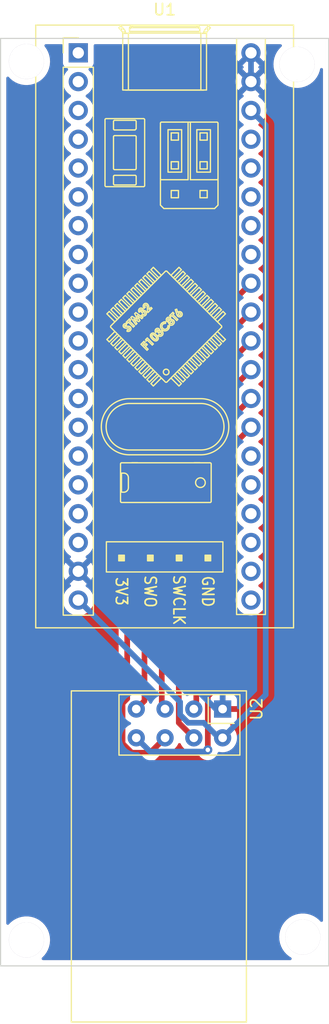
<source format=kicad_pcb>
(kicad_pcb (version 20211014) (generator pcbnew)
  (layers (0 "F.Cu" signal) (31 "B.Cu" signal) (34 "B.Paste" user) (35 "F.Paste" user) (36 "B.SilkS" user "B.Silkscreen") (37 "F.SilkS" user "F.Silkscreen") (38 "B.Mask" user) (39 "F.Mask" user) (44 "Edge.Cuts" user))
  (net 0 "")
  (net 30 "GND")
  (net 31 "+3V3")
  (net 32 "Net-(U1-Pad32)")
  (net 33 "Net-(U1-Pad31)")
  (net 34 "Net-(U1-Pad30)")
  (net 35 "Net-(U1-Pad29)")
  (net 36 "Net-(U1-Pad28)")
  (net 37 "Net-(U2-Pad8)")
  (footprint "RF_Module:nRF24L01_Breakout" (layer "F.Cu") (at 107.987 117.556 -90)
    (fp_text reference "U2" (at 0 -3 90) (layer "F.SilkS"))
    (fp_text value "NRF24L01_Breakout")
    (pad "1" thru_hole rect (at 0 0 270) (size 1.524 1.524) (drill 0.762) (layers *.Cu *.Mask) (net 30 "GND"))
    (pad "2" thru_hole circle (at 2.54 0 270) (size 1.524 1.524) (drill 0.762) (layers *.Cu *.Mask) (net 31 "+3V3"))
    (pad "3" thru_hole circle (at 0 2.54 270) (size 1.524 1.524) (drill 0.762) (layers *.Cu *.Mask) (net 36 "Net-(U1-Pad28)"))
    (pad "4" thru_hole circle (at 2.54 2.54 270) (size 1.524 1.524) (drill 0.762) (layers *.Cu *.Mask) (net 35 "Net-(U1-Pad29)"))
    (pad "5" thru_hole circle (at 0 5.08 270) (size 1.524 1.524) (drill 0.762) (layers *.Cu *.Mask) (net 34 "Net-(U1-Pad30)"))
    (pad "6" thru_hole circle (at 2.54 5.08 270) (size 1.524 1.524) (drill 0.762) (layers *.Cu *.Mask) (net 32 "Net-(U1-Pad32)"))
    (pad "7" thru_hole circle (at 0 7.62 270) (size 1.524 1.524) (drill 0.762) (layers *.Cu *.Mask) (net 33 "Net-(U1-Pad31)"))
    (pad "8" thru_hole circle (at 2.54 7.62 270) (size 1.524 1.524) (drill 0.762) (layers *.Cu *.Mask) (net 37 "Net-(U2-Pad8)"))
  )
  (footprint "Footprints:YAAJ_BluePill_1" (layer "F.Cu") (at 95.25 59.69)
    (fp_text reference "U1" (at 7.62 -3.81) (layer "F.SilkS"))
    (fp_text value "YAAJ_BluePill_Part_Like" hide)
    (fp_text user "GND" (at 11.43 47.498 270 unlocked) (layer "F.SilkS") (effects (font (size 1 0.9))))
    (fp_text user "SWCLK" (at 8.89 48.26 270 unlocked) (layer "F.SilkS") (effects (font (size 1 0.9))))
    (fp_text user "SWO" (at 6.35 47.498 270 unlocked) (layer "F.SilkS") (effects (font (size 1 0.9))))
    (fp_text user "3V3" (at 3.81 47.498 270 unlocked) (layer "F.SilkS") (effects (font (size 1 0.9))))
    (pad "1" thru_hole rect locked (at 0 0) (size 1.7 1.7) (drill 1) (layers *.Cu *.Mask))
    (pad "2" thru_hole circle locked (at 0 2.54) (size 1.7 1.7) (drill 1) (layers *.Cu *.Mask))
    (pad "3" thru_hole circle locked (at 0 5.08) (size 1.7 1.7) (drill 1) (layers *.Cu *.Mask))
    (pad "4" thru_hole circle locked (at 0 7.62) (size 1.7 1.7) (drill 1) (layers *.Cu *.Mask))
    (pad "5" thru_hole circle locked (at 0 10.16) (size 1.7 1.7) (drill 1) (layers *.Cu *.Mask))
    (pad "6" thru_hole circle locked (at 0 12.7) (size 1.7 1.7) (drill 1) (layers *.Cu *.Mask))
    (pad "7" thru_hole circle locked (at 0 15.24) (size 1.7 1.7) (drill 1) (layers *.Cu *.Mask))
    (pad "8" thru_hole circle locked (at 0 17.78) (size 1.7 1.7) (drill 1) (layers *.Cu *.Mask))
    (pad "9" thru_hole circle locked (at 0 20.32) (size 1.7 1.7) (drill 1) (layers *.Cu *.Mask))
    (pad "10" thru_hole circle locked (at 0 22.86) (size 1.7 1.7) (drill 1) (layers *.Cu *.Mask))
    (pad "11" thru_hole circle locked (at 0 25.4) (size 1.7 1.7) (drill 1) (layers *.Cu *.Mask))
    (pad "12" thru_hole circle locked (at 0 27.94) (size 1.7 1.7) (drill 1) (layers *.Cu *.Mask))
    (pad "13" thru_hole circle locked (at 0 30.48) (size 1.7 1.7) (drill 1) (layers *.Cu *.Mask))
    (pad "14" thru_hole circle locked (at 0 33.02) (size 1.7 1.7) (drill 1) (layers *.Cu *.Mask))
    (pad "15" thru_hole circle locked (at 0 35.56) (size 1.7 1.7) (drill 1) (layers *.Cu *.Mask))
    (pad "16" thru_hole circle locked (at 0 38.1) (size 1.7 1.7) (drill 1) (layers *.Cu *.Mask))
    (pad "17" thru_hole circle locked (at 0 40.64) (size 1.7 1.7) (drill 1) (layers *.Cu *.Mask))
    (pad "18" thru_hole circle locked (at 0 43.18) (size 1.7 1.7) (drill 1) (layers *.Cu *.Mask))
    (pad "19" thru_hole circle locked (at 0 45.72) (size 1.7 1.7) (drill 1) (layers *.Cu *.Mask) (net 30 "GND"))
    (pad "20" thru_hole circle locked (at 0 48.26) (size 1.7 1.7) (drill 1) (layers *.Cu *.Mask) (net 31 "+3V3"))
    (pad "21" thru_hole circle locked (at 15.24 48.26) (size 1.7 1.7) (drill 1) (layers *.Cu *.Mask))
    (pad "22" thru_hole circle locked (at 15.24 45.72) (size 1.7 1.7) (drill 1) (layers *.Cu *.Mask))
    (pad "23" thru_hole circle locked (at 15.24 43.18) (size 1.7 1.7) (drill 1) (layers *.Cu *.Mask))
    (pad "24" thru_hole circle locked (at 15.24 40.64) (size 1.7 1.7) (drill 1) (layers *.Cu *.Mask))
    (pad "25" thru_hole circle locked (at 15.24 38.1) (size 1.7 1.7) (drill 1) (layers *.Cu *.Mask))
    (pad "26" thru_hole circle locked (at 15.24 35.56) (size 1.7 1.7) (drill 1) (layers *.Cu *.Mask))
    (pad "27" thru_hole circle locked (at 15.24 33.02) (size 1.7 1.7) (drill 1) (layers *.Cu *.Mask) (net 37 "Net-(U2-Pad8)"))
    (pad "28" thru_hole circle locked (at 15.24 30.48) (size 1.7 1.7) (drill 1) (layers *.Cu *.Mask) (net 36 "Net-(U1-Pad28)"))
    (pad "29" thru_hole circle locked (at 15.24 27.94) (size 1.7 1.7) (drill 1) (layers *.Cu *.Mask) (net 35 "Net-(U1-Pad29)"))
    (pad "30" thru_hole circle locked (at 15.24 25.4) (size 1.7 1.7) (drill 1) (layers *.Cu *.Mask) (net 34 "Net-(U1-Pad30)"))
    (pad "31" thru_hole circle locked (at 15.24 22.86) (size 1.7 1.7) (drill 1) (layers *.Cu *.Mask) (net 33 "Net-(U1-Pad31)"))
    (pad "32" thru_hole circle locked (at 15.24 20.32) (size 1.7 1.7) (drill 1) (layers *.Cu *.Mask) (net 32 "Net-(U1-Pad32)"))
    (pad "33" thru_hole circle locked (at 15.24 17.78) (size 1.7 1.7) (drill 1) (layers *.Cu *.Mask))
    (pad "34" thru_hole circle locked (at 15.24 15.24) (size 1.7 1.7) (drill 1) (layers *.Cu *.Mask))
    (pad "35" thru_hole circle locked (at 15.24 12.7) (size 1.7 1.7) (drill 1) (layers *.Cu *.Mask))
    (pad "36" thru_hole circle locked (at 15.24 10.16) (size 1.7 1.7) (drill 1) (layers *.Cu *.Mask))
    (pad "37" thru_hole circle locked (at 15.24 7.62) (size 1.7 1.7) (drill 1) (layers *.Cu *.Mask))
    (pad "38" thru_hole circle locked (at 15.24 5.08) (size 1.7 1.7) (drill 1) (layers *.Cu *.Mask) (net 31 "+3V3"))
    (pad "39" thru_hole circle locked (at 15.24 2.54) (size 1.7 1.7) (drill 1) (layers *.Cu *.Mask) (net 30 "GND"))
    (pad "40" thru_hole circle locked (at 15.24 0) (size 1.7 1.7) (drill 1) (layers *.Cu *.Mask) (net 30 "GND"))
  )
  (gr_line (start 117.348 140.208) (end 88.392 140.208) (layer "Edge.Cuts") (width 0.1))
  (gr_line (start 88.392 140.208) (end 88.392 58.42) (layer "Edge.Cuts") (width 0.1))
  (gr_line (start 88.392 58.42) (end 117.348 58.42) (layer "Edge.Cuts") (width 0.1))
  (gr_line (start 117.348 58.42) (end 117.348 140.208) (layer "Edge.Cuts") (width 0.1))
  (via (at 90.678 137.922) (size 3.1001) (drill 3.1) (layers "F.Cu" "B.Cu") (net 0))
  (via (at 90.678 60.452) (size 3.1001) (drill 3.1) (layers "F.Cu" "B.Cu") (net 0))
  (via (at 115.062 137.668) (size 3.1001) (drill 3.1) (layers "F.Cu" "B.Cu") (net 0))
  (via (at 114.554 60.706) (size 3.1001) (drill 3.1) (layers "F.Cu" "B.Cu") (net 0))
  (segment (start 95.25 105.41) (end 107.396 117.556) (width 0.5) (layer "B.Cu") (net 30))
  (segment (start 109.190489 63.529511) (end 109.190489 91.469511) (width 0.5) (layer "B.Cu") (net 30))
  (segment (start 107.396 117.556) (end 107.987 117.556) (width 0.5) (layer "B.Cu") (net 30))
  (segment (start 110.49 62.23) (end 109.190489 63.529511) (width 0.5) (layer "B.Cu") (net 30))
  (segment (start 109.190489 91.469511) (end 95.25 105.41) (width 0.5) (layer "B.Cu") (net 30))
  (segment (start 110.49 59.69) (end 110.49 62.23) (width 0.5) (layer "B.Cu") (net 30))
  (segment (start 111.789511 116.293489) (end 107.987 120.096) (width 0.5) (layer "B.Cu") (net 31))
  (segment (start 104.945175 118.767511) (end 106.321511 118.767511) (width 0.5) (layer "B.Cu") (net 31))
  (segment (start 111.789511 66.069511) (end 111.789511 116.293489) (width 0.5) (layer "B.Cu") (net 31))
  (segment (start 104.235489 118.057825) (end 104.945175 118.767511) (width 0.5) (layer "B.Cu") (net 31))
  (segment (start 95.25 107.95) (end 104.235489 116.935489) (width 0.5) (layer "B.Cu") (net 31))
  (segment (start 106.321511 118.767511) (end 107.65 120.096) (width 0.5) (layer "B.Cu") (net 31))
  (segment (start 107.65 120.096) (end 107.987 120.096) (width 0.5) (layer "B.Cu") (net 31))
  (segment (start 110.49 64.77) (end 111.789511 66.069511) (width 0.5) (layer "B.Cu") (net 31))
  (segment (start 104.235489 116.935489) (end 104.235489 118.057825) (width 0.5) (layer "B.Cu") (net 31))
  (segment (start 99.155489 120.597825) (end 99.969664 121.412) (width 0.5) (layer "F.Cu") (net 32))
  (segment (start 99.568 116.641664) (end 99.155489 117.054175) (width 0.5) (layer "F.Cu") (net 32))
  (segment (start 99.568 90.932) (end 99.568 116.641664) (width 0.5) (layer "F.Cu") (net 32))
  (segment (start 99.155489 117.054175) (end 99.155489 120.597825) (width 0.5) (layer "F.Cu") (net 32))
  (segment (start 99.969664 121.412) (end 101.591 121.412) (width 0.5) (layer "F.Cu") (net 32))
  (segment (start 110.49 80.01) (end 99.568 90.932) (width 0.5) (layer "F.Cu") (net 32))
  (segment (start 101.591 121.412) (end 102.907 120.096) (width 0.5) (layer "F.Cu") (net 32))
  (segment (start 110.49 82.55) (end 101.092 91.948) (width 0.5) (layer "F.Cu") (net 33))
  (segment (start 101.092 91.948) (end 101.092 116.831) (width 0.5) (layer "F.Cu") (net 33))
  (segment (start 101.092 116.831) (end 100.367 117.556) (width 0.5) (layer "F.Cu") (net 33))
  (segment (start 102.616 92.964) (end 102.616 117.265) (width 0.5) (layer "F.Cu") (net 34))
  (segment (start 102.616 117.265) (end 102.907 117.556) (width 0.5) (layer "F.Cu") (net 34))
  (segment (start 110.49 85.09) (end 102.616 92.964) (width 0.5) (layer "F.Cu") (net 34))
  (segment (start 110.49 87.63) (end 104.118511 94.001489) (width 0.5) (layer "F.Cu") (net 35))
  (segment (start 104.118511 118.767511) (end 105.447 120.096) (width 0.5) (layer "F.Cu") (net 35))
  (segment (start 104.118511 94.001489) (end 104.118511 118.767511) (width 0.5) (layer "F.Cu") (net 35))
  (segment (start 105.664 117.339) (end 105.447 117.556) (width 0.5) (layer "F.Cu") (net 36))
  (segment (start 110.49 90.17) (end 105.664 94.996) (width 0.5) (layer "F.Cu") (net 36))
  (segment (start 105.664 94.996) (end 105.664 117.339) (width 0.5) (layer "F.Cu") (net 36))
  (segment (start 106.68 116.439978) (end 107.188 115.931978) (width 0.5) (layer "F.Cu") (net 37))
  (segment (start 106.68 121.158) (end 106.68 116.439978) (width 0.5) (layer "F.Cu") (net 37))
  (segment (start 107.188 115.931978) (end 107.188 96.012) (width 0.5) (layer "F.Cu") (net 37))
  (segment (start 107.188 96.012) (end 110.49 92.71) (width 0.5) (layer "F.Cu") (net 37))
  (via (at 106.68 121.158) (size 0.8) (drill 0.4) (layers "F.Cu" "B.Cu") (net 37))
  (segment (start 101.578511 121.307511) (end 100.367 120.096) (width 0.5) (layer "B.Cu") (net 37))
  (segment (start 106.530489 121.307511) (end 101.578511 121.307511) (width 0.5) (layer "B.Cu") (net 37))
  (segment (start 106.68 121.158) (end 106.530489 121.307511) (width 0.5) (layer "B.Cu") (net 37))
  (zone (net 30) (net_name "GND") (layer "F.Cu") (connect_pads (clearance 0.508)) (min_thickness 0.254) (fill yes (thermal_gap 0.508) (thermal_bridge_width 0.508))
    (polygon (pts (xy 88.392 140.208) (xy 117.348 140.208) (xy 117.348 58.42) (xy 88.392 58.42)))
  )
  (zone (net 30) (net_name "GND") (layer "B.Cu") (connect_pads (clearance 0.508)) (min_thickness 0.254) (fill yes (thermal_gap 0.508) (thermal_bridge_width 0.508))
    (polygon (pts (xy 117.348 140.208) (xy 88.392 140.208) (xy 88.392 58.42) (xy 117.348 58.42)))
  )
)
</source>
